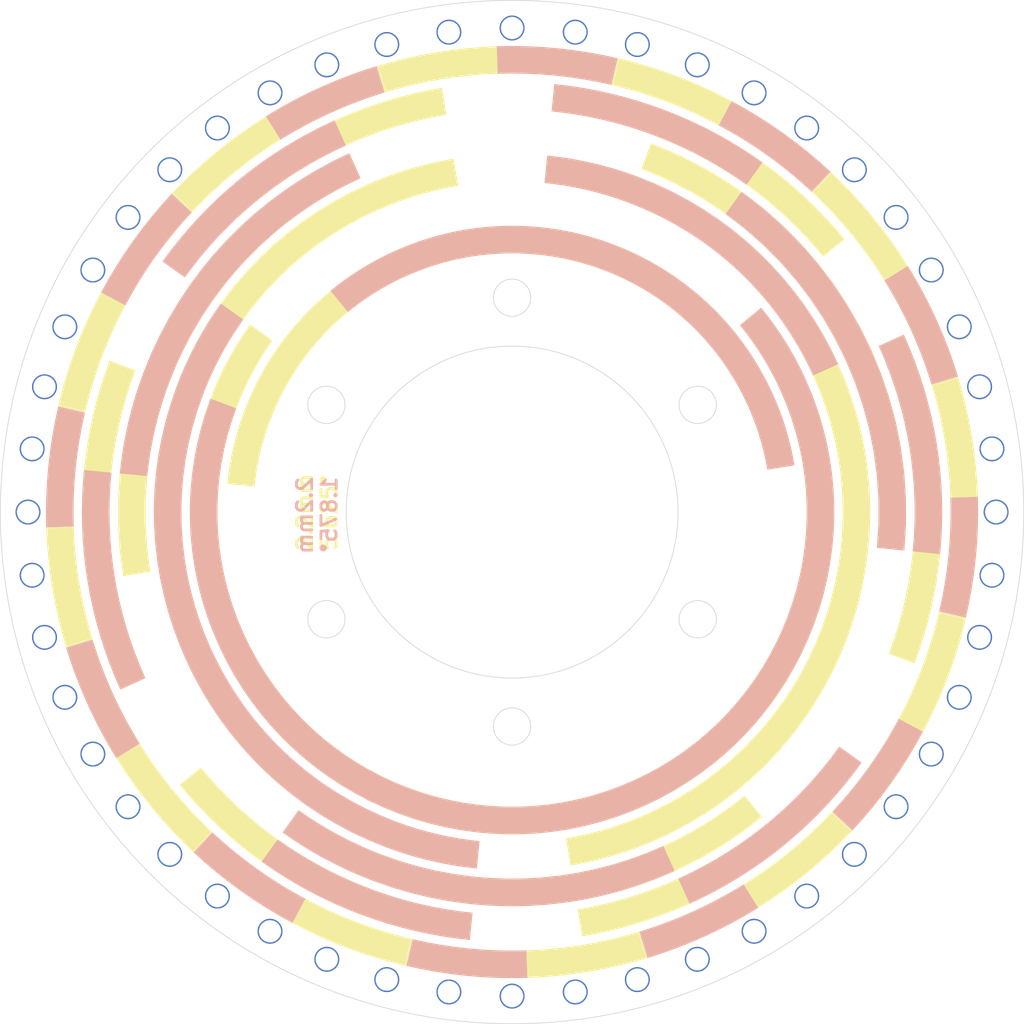
<source format=kicad_pcb>
(kicad_pcb (version 20240108) (generator "pcbnew") (generator_version "8.0")
  (title_block (title "Encoder Wheel 48") (date "${DATE}") (rev "2.1.1") (company "OpenFlap") (comment 1 "${GIT_TAG}") (comment 2 "Repo: github.com/ToonVanEyck/OpenFlap") (comment 3 "Designer: Toon Van Eyck"))
  (layers (0 "F.Cu" signal) (31 "B.Cu" signal) (34 "B.Paste" user) (35 "F.Paste" user) (36 "B.SilkS" user "B.Silkscreen") (37 "F.SilkS" user "F.Silkscreen") (38 "B.Mask" user) (39 "F.Mask" user) (44 "Edge.Cuts" user))
  (net 0 "")
  (footprint "EncoderPattern:OpenFlapEncoderPattern48_2.2mm" (layer "F.Cu") (at 101 100 1.875)
    (property "Reference" "ENC1" (hide yes))
    (property "Value" "OpenFlapEncoderPattern48_2.2mm" (hide yes))
  )
  (footprint "EncoderPattern:OpenFlapEncoderPattern48_2.2mm" (layer "B.Cu") (at 101 100 -178.125)
    (property "Reference" "ENC2" (hide yes))
    (property "Value" "OpenFlapEncoderPattern48_2.2mm" (hide yes))
  )
  (gr_circle (center 87.576606 107.75) (end 88.926606 107.75) (stroke (width 0.05)) (fill none) (layer "Edge.Cuts"))
  (gr_circle (center 101 100) (end 113 100) (stroke (width 0.05)) (fill none) (layer "Edge.Cuts"))
  (gr_circle (center 101 84.5) (end 102.35 84.5) (stroke (width 0.05)) (fill none) (layer "Edge.Cuts"))
  (gr_circle (center 114.423394 92.25) (end 115.773394 92.25) (stroke (width 0.05)) (fill none) (layer "Edge.Cuts"))
  (gr_circle (center 87.576606 92.25) (end 88.926606 92.25) (stroke (width 0.05)) (fill none) (layer "Edge.Cuts"))
  (gr_circle (center 101 100) (end 138 100) (stroke (width 0.05)) (fill none) (layer "Edge.Cuts"))
  (gr_circle (center 114.423394 107.75) (end 115.773394 107.75) (stroke (width 0.05)) (fill none) (layer "Edge.Cuts"))
  (gr_circle (center 101 115.5) (end 102.35 115.5) (stroke (width 0.05)) (fill none) (layer "Edge.Cuts"))
  (gr_text "2.2mm \n1.875°" (at 88.427 97.333 90) (layer "B.SilkS") (effects (font (size 1.1 1.1) (thickness 0.2) (bold yes)) (justify left bottom mirror)))
  (gr_text "2.2mm \n5.625°" (at 88.427 102.921 90) (layer "F.SilkS") (effects (font (size 1.1 1.1) (thickness 0.2) (bold yes)) (justify left bottom)))
  (via (at 118.5 130.310889) (size 1.8) (drill 1.6) (layers "F.Cu" "B.Cu") (net 0))
  (via (at 105.568417 134.70057) (size 1.8) (drill 1.6) (layers "F.Cu" "B.Cu") (net 0))
  (via (at 83.5 69.689111) (size 1.8) (drill 1.6) (layers "F.Cu" "B.Cu") (net 0))
  (via (at 83.5 130.310889) (size 1.8) (drill 1.6) (layers "F.Cu" "B.Cu") (net 0))
  (via (at 110.058667 133.807404) (size 1.8) (drill 1.6) (layers "F.Cu" "B.Cu") (net 0))
  (via (at 87.60608 132.335784) (size 1.8) (drill 1.6) (layers "F.Cu" "B.Cu") (net 0))
  (via (at 134.807404 90.941333) (size 1.8) (drill 1.6) (layers "F.Cu" "B.Cu") (net 0))
  (via (at 125.748737 75.251263) (size 1.8) (drill 1.6) (layers "F.Cu" "B.Cu") (net 0))
  (via (at 96.431583 65.29943) (size 1.8) (drill 1.6) (layers "F.Cu" "B.Cu") (net 0))
  (via (at 114.39392 67.664216) (size 1.8) (drill 1.6) (layers "F.Cu" "B.Cu") (net 0))
  (via (at 91.941333 133.807404) (size 1.8) (drill 1.6) (layers "F.Cu" "B.Cu") (net 0))
  (via (at 110.058667 66.192596) (size 1.8) (drill 1.6) (layers "F.Cu" "B.Cu") (net 0))
  (via (at 105.568417 65.29943) (size 1.8) (drill 1.6) (layers "F.Cu" "B.Cu") (net 0))
  (via (at 131.310889 82.5) (size 1.8) (drill 1.6) (layers "F.Cu" "B.Cu") (net 0))
  (via (at 128.767367 78.69335) (size 1.8) (drill 1.6) (layers "F.Cu" "B.Cu") (net 0))
  (via (at 114.39392 132.335784) (size 1.8) (drill 1.6) (layers "F.Cu" "B.Cu") (net 0))
  (via (at 79.69335 127.767367) (size 1.8) (drill 1.6) (layers "F.Cu" "B.Cu") (net 0))
  (via (at 68.664216 86.60608) (size 1.8) (drill 1.6) (layers "F.Cu" "B.Cu") (net 0))
  (via (at 68.664216 113.39392) (size 1.8) (drill 1.6) (layers "F.Cu" "B.Cu") (net 0))
  (via (at 134.807404 109.058667) (size 1.8) (drill 1.6) (layers "F.Cu" "B.Cu") (net 0))
  (via (at 101 135) (size 1.8) (drill 1.6) (layers "F.Cu" "B.Cu") (net 0))
  (via (at 79.69335 72.232633) (size 1.8) (drill 1.6) (layers "F.Cu" "B.Cu") (net 0))
  (via (at 118.5 69.689111) (size 1.8) (drill 1.6) (layers "F.Cu" "B.Cu") (net 0))
  (via (at 96.431583 134.70057) (size 1.8) (drill 1.6) (layers "F.Cu" "B.Cu") (net 0))
  (via (at 101 65) (size 1.8) (drill 1.6) (layers "F.Cu" "B.Cu") (net 0))
  (via (at 136 100) (size 1.8) (drill 1.6) (layers "F.Cu" "B.Cu") (net 0))
  (via (at 135.70057 95.431583) (size 1.8) (drill 1.6) (layers "F.Cu" "B.Cu") (net 0))
  (via (at 133.335784 113.39392) (size 1.8) (drill 1.6) (layers "F.Cu" "B.Cu") (net 0))
  (via (at 67.192596 90.941333) (size 1.8) (drill 1.6) (layers "F.Cu" "B.Cu") (net 0))
  (via (at 70.689111 82.5) (size 1.8) (drill 1.6) (layers "F.Cu" "B.Cu") (net 0))
  (via (at 67.192596 109.058667) (size 1.8) (drill 1.6) (layers "F.Cu" "B.Cu") (net 0))
  (via (at 70.689111 117.5) (size 1.8) (drill 1.6) (layers "F.Cu" "B.Cu") (net 0))
  (via (at 133.335784 86.60608) (size 1.8) (drill 1.6) (layers "F.Cu" "B.Cu") (net 0))
  (via (at 87.60608 67.664216) (size 1.8) (drill 1.6) (layers "F.Cu" "B.Cu") (net 0))
  (via (at 122.30665 72.232633) (size 1.8) (drill 1.6) (layers "F.Cu" "B.Cu") (net 0))
  (via (at 73.232633 121.30665) (size 1.8) (drill 1.6) (layers "F.Cu" "B.Cu") (net 0))
  (via (at 125.748737 124.748737) (size 1.8) (drill 1.6) (layers "F.Cu" "B.Cu") (net 0))
  (via (at 66.29943 104.568417) (size 1.8) (drill 1.6) (layers "F.Cu" "B.Cu") (net 0))
  (via (at 122.30665 127.767367) (size 1.8) (drill 1.6) (layers "F.Cu" "B.Cu") (net 0))
  (via (at 91.941333 66.192596) (size 1.8) (drill 1.6) (layers "F.Cu" "B.Cu") (net 0))
  (via (at 73.232633 78.69335) (size 1.8) (drill 1.6) (layers "F.Cu" "B.Cu") (net 0))
  (via (at 128.767367 121.30665) (size 1.8) (drill 1.6) (layers "F.Cu" "B.Cu") (net 0))
  (via (at 66.29943 95.431583) (size 1.8) (drill 1.6) (layers "F.Cu" "B.Cu") (net 0))
  (via (at 76.251263 75.251263) (size 1.8) (drill 1.6) (layers "F.Cu" "B.Cu") (net 0))
  (via (at 66 100) (size 1.8) (drill 1.6) (layers "F.Cu" "B.Cu") (net 0))
  (via (at 135.70057 104.568417) (size 1.8) (drill 1.6) (layers "F.Cu" "B.Cu") (net 0))
  (via (at 131.310889 117.5) (size 1.8) (drill 1.6) (layers "F.Cu" "B.Cu") (net 0))
  (via (at 76.251263 124.748737) (size 1.8) (drill 1.6) (layers "F.Cu" "B.Cu") (net 0))
)
</source>
